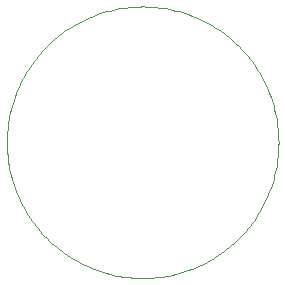
<source format=gbr>
G04 EAGLE Gerber RS-274X export*
G75*
%MOMM*%
%FSLAX35Y35*%
%LPD*%
%INmilling*%
%IPPOS*%
%AMOC8*
5,1,8,0,0,1.08239X$1,22.5*%
G01*
%ADD10C,0.010000*%


D10*
X-1150000Y0D02*
X-1149654Y28222D01*
X-1148615Y56428D01*
X-1146884Y84599D01*
X-1144462Y112720D01*
X-1141351Y140772D01*
X-1137553Y168740D01*
X-1133069Y196606D01*
X-1127903Y224354D01*
X-1122057Y251966D01*
X-1115536Y279427D01*
X-1108342Y306720D01*
X-1100481Y333827D01*
X-1091957Y360734D01*
X-1082776Y387423D01*
X-1072942Y413879D01*
X-1062461Y440086D01*
X-1051341Y466028D01*
X-1039588Y491688D01*
X-1027208Y517053D01*
X-1014209Y542106D01*
X-1000600Y566833D01*
X-986388Y591218D01*
X-971582Y615247D01*
X-956190Y638906D01*
X-940223Y662179D01*
X-923689Y685054D01*
X-906598Y707516D01*
X-888962Y729552D01*
X-870790Y751149D01*
X-852094Y772293D01*
X-832884Y792972D01*
X-813173Y813173D01*
X-792972Y832884D01*
X-772293Y852094D01*
X-751149Y870790D01*
X-729552Y888962D01*
X-707516Y906598D01*
X-685054Y923689D01*
X-662179Y940223D01*
X-638906Y956190D01*
X-615247Y971582D01*
X-591218Y986388D01*
X-566833Y1000600D01*
X-542106Y1014209D01*
X-517053Y1027208D01*
X-491688Y1039588D01*
X-466028Y1051341D01*
X-440086Y1062461D01*
X-413879Y1072942D01*
X-387423Y1082776D01*
X-360734Y1091957D01*
X-333827Y1100481D01*
X-306720Y1108342D01*
X-279427Y1115536D01*
X-251966Y1122057D01*
X-224354Y1127903D01*
X-196606Y1133069D01*
X-168740Y1137553D01*
X-140772Y1141351D01*
X-112720Y1144462D01*
X-84599Y1146884D01*
X-56428Y1148615D01*
X-28222Y1149654D01*
X0Y1150000D01*
X28222Y1149654D01*
X56428Y1148615D01*
X84599Y1146884D01*
X112720Y1144462D01*
X140772Y1141351D01*
X168740Y1137553D01*
X196606Y1133069D01*
X224354Y1127903D01*
X251966Y1122057D01*
X279427Y1115536D01*
X306720Y1108342D01*
X333827Y1100481D01*
X360734Y1091957D01*
X387423Y1082776D01*
X413879Y1072942D01*
X440086Y1062461D01*
X466028Y1051341D01*
X491688Y1039588D01*
X517053Y1027208D01*
X542106Y1014209D01*
X566833Y1000600D01*
X591218Y986388D01*
X615247Y971582D01*
X638906Y956190D01*
X662179Y940223D01*
X685054Y923689D01*
X707516Y906598D01*
X729552Y888962D01*
X751149Y870790D01*
X772293Y852094D01*
X792972Y832884D01*
X813173Y813173D01*
X832884Y792972D01*
X852094Y772293D01*
X870790Y751149D01*
X888962Y729552D01*
X906598Y707516D01*
X923689Y685054D01*
X940223Y662179D01*
X956190Y638906D01*
X971582Y615247D01*
X986388Y591218D01*
X1000600Y566833D01*
X1014209Y542106D01*
X1027208Y517053D01*
X1039588Y491688D01*
X1051341Y466028D01*
X1062461Y440086D01*
X1072942Y413879D01*
X1082776Y387423D01*
X1091957Y360734D01*
X1100481Y333827D01*
X1108342Y306720D01*
X1115536Y279427D01*
X1122057Y251966D01*
X1127903Y224354D01*
X1133069Y196606D01*
X1137553Y168740D01*
X1141351Y140772D01*
X1144462Y112720D01*
X1146884Y84599D01*
X1148615Y56428D01*
X1149654Y28222D01*
X1150000Y0D01*
X1149654Y-28222D01*
X1148615Y-56428D01*
X1146884Y-84599D01*
X1144462Y-112720D01*
X1141351Y-140772D01*
X1137553Y-168740D01*
X1133069Y-196606D01*
X1127903Y-224354D01*
X1122057Y-251966D01*
X1115536Y-279427D01*
X1108342Y-306720D01*
X1100481Y-333827D01*
X1091957Y-360734D01*
X1082776Y-387423D01*
X1072942Y-413879D01*
X1062461Y-440086D01*
X1051341Y-466028D01*
X1039588Y-491688D01*
X1027208Y-517053D01*
X1014209Y-542106D01*
X1000600Y-566833D01*
X986388Y-591218D01*
X971582Y-615247D01*
X956190Y-638906D01*
X940223Y-662179D01*
X923689Y-685054D01*
X906598Y-707516D01*
X888962Y-729552D01*
X870790Y-751149D01*
X852094Y-772293D01*
X832884Y-792972D01*
X813173Y-813173D01*
X792972Y-832884D01*
X772293Y-852094D01*
X751149Y-870790D01*
X729552Y-888962D01*
X707516Y-906598D01*
X685054Y-923689D01*
X662179Y-940223D01*
X638906Y-956190D01*
X615247Y-971582D01*
X591218Y-986388D01*
X566833Y-1000600D01*
X542106Y-1014209D01*
X517053Y-1027208D01*
X491688Y-1039588D01*
X466028Y-1051341D01*
X440086Y-1062461D01*
X413879Y-1072942D01*
X387423Y-1082776D01*
X360734Y-1091957D01*
X333827Y-1100481D01*
X306720Y-1108342D01*
X279427Y-1115536D01*
X251966Y-1122057D01*
X224354Y-1127903D01*
X196606Y-1133069D01*
X168740Y-1137553D01*
X140772Y-1141351D01*
X112720Y-1144462D01*
X84599Y-1146884D01*
X56428Y-1148615D01*
X28222Y-1149654D01*
X0Y-1150000D01*
X-28222Y-1149654D01*
X-56428Y-1148615D01*
X-84599Y-1146884D01*
X-112720Y-1144462D01*
X-140772Y-1141351D01*
X-168740Y-1137553D01*
X-196606Y-1133069D01*
X-224354Y-1127903D01*
X-251966Y-1122057D01*
X-279427Y-1115536D01*
X-306720Y-1108342D01*
X-333827Y-1100481D01*
X-360734Y-1091957D01*
X-387423Y-1082776D01*
X-413879Y-1072942D01*
X-440086Y-1062461D01*
X-466028Y-1051341D01*
X-491688Y-1039588D01*
X-517053Y-1027208D01*
X-542106Y-1014209D01*
X-566833Y-1000600D01*
X-591218Y-986388D01*
X-615247Y-971582D01*
X-638906Y-956190D01*
X-662179Y-940223D01*
X-685054Y-923689D01*
X-707516Y-906598D01*
X-729552Y-888962D01*
X-751149Y-870790D01*
X-772293Y-852094D01*
X-792972Y-832884D01*
X-813173Y-813173D01*
X-832884Y-792972D01*
X-852094Y-772293D01*
X-870790Y-751149D01*
X-888962Y-729552D01*
X-906598Y-707516D01*
X-923689Y-685054D01*
X-940223Y-662179D01*
X-956190Y-638906D01*
X-971582Y-615247D01*
X-986388Y-591218D01*
X-1000600Y-566833D01*
X-1014209Y-542106D01*
X-1027208Y-517053D01*
X-1039588Y-491688D01*
X-1051341Y-466028D01*
X-1062461Y-440086D01*
X-1072942Y-413879D01*
X-1082776Y-387423D01*
X-1091957Y-360734D01*
X-1100481Y-333827D01*
X-1108342Y-306720D01*
X-1115536Y-279427D01*
X-1122057Y-251966D01*
X-1127903Y-224354D01*
X-1133069Y-196606D01*
X-1137553Y-168740D01*
X-1141351Y-140772D01*
X-1144462Y-112720D01*
X-1146884Y-84599D01*
X-1148615Y-56428D01*
X-1149654Y-28222D01*
X-1150000Y0D01*
M02*

</source>
